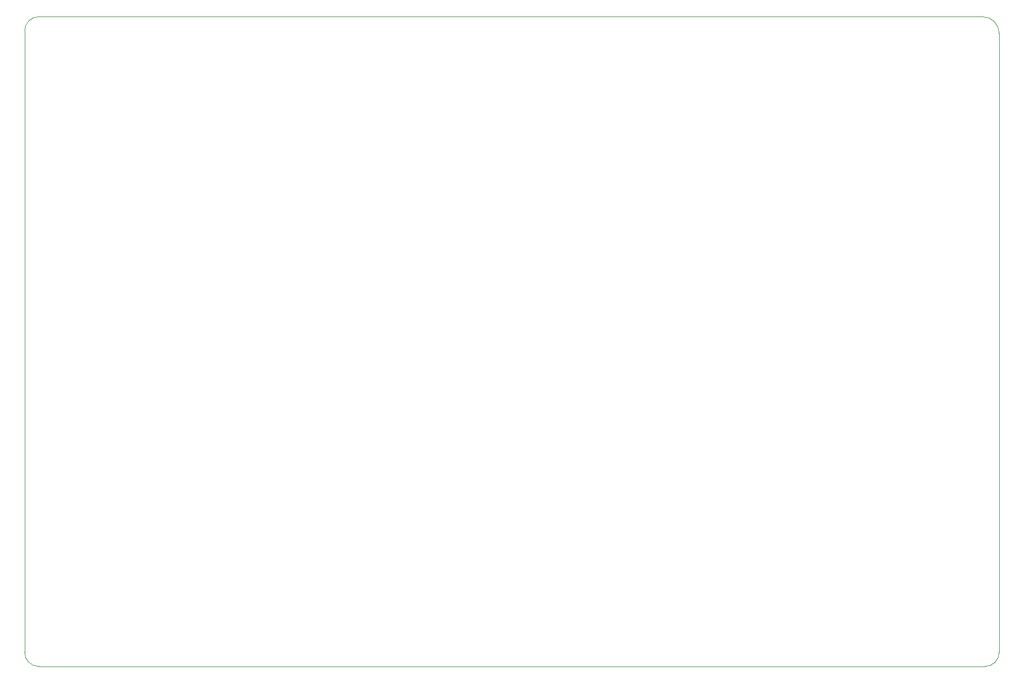
<source format=gbr>
G04 #@! TF.GenerationSoftware,KiCad,Pcbnew,(5.1.10-1-10_14)*
G04 #@! TF.CreationDate,2021-10-31T19:01:14+01:00*
G04 #@! TF.ProjectId,cpu_backplane,6370755f-6261-4636-9b70-6c616e652e6b,rev?*
G04 #@! TF.SameCoordinates,Original*
G04 #@! TF.FileFunction,Profile,NP*
%FSLAX46Y46*%
G04 Gerber Fmt 4.6, Leading zero omitted, Abs format (unit mm)*
G04 Created by KiCad (PCBNEW (5.1.10-1-10_14)) date 2021-10-31 19:01:14*
%MOMM*%
%LPD*%
G01*
G04 APERTURE LIST*
G04 #@! TA.AperFunction,Profile*
%ADD10C,0.050000*%
G04 #@! TD*
G04 #@! TA.AperFunction,Profile*
%ADD11C,0.100000*%
G04 #@! TD*
G04 APERTURE END LIST*
D10*
X0Y-2159000D02*
G75*
G02*
X2159000Y0I2159000J0D01*
G01*
X2159000Y-99949000D02*
G75*
G02*
X0Y-97790000I0J2159000D01*
G01*
X149860000Y-97790000D02*
G75*
G02*
X147701000Y-99949000I-2159000J0D01*
G01*
X147320000Y0D02*
G75*
G02*
X149860000Y-2540000I0J-2540000D01*
G01*
D11*
X149860000Y-2540000D02*
X149860000Y-97790000D01*
X2159000Y0D02*
X147320000Y0D01*
X0Y-97790000D02*
X0Y-2159000D01*
X147701000Y-99949000D02*
X2159000Y-99949000D01*
M02*

</source>
